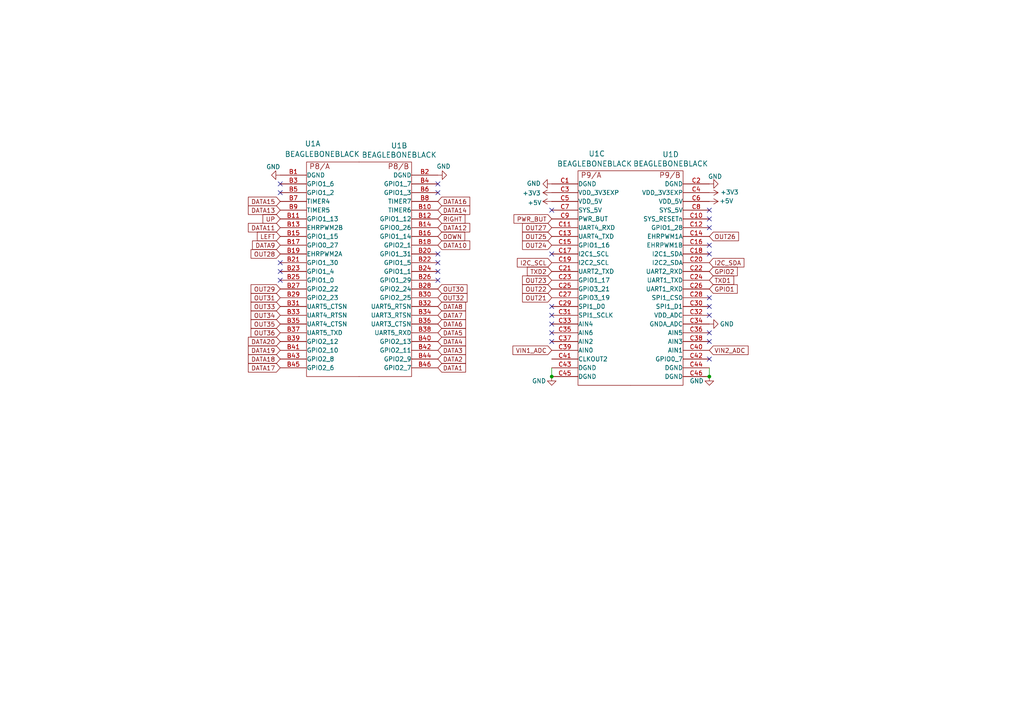
<source format=kicad_sch>
(kicad_sch (version 20211123) (generator eeschema)
  (paper "A4")
  (title_block (title "BBB 16") (date "2022-08-14") (rev "v2.2") (company "Scott Hanson"))
  (lib_symbols
    (symbol "beagleboneblack:BEAGLEBONEBLACK" (pin_names (offset 0.0254))
      (property "Reference" "U" (at -3.81 31.75 0))
      (property "Value" "beagleboneblack_BEAGLEBONEBLACK" (at 1.27 -33.02 0))
      (symbol "BEAGLEBONEBLACK_0_1"
        (polyline (pts (xy 8.89 30.48) (xy -6.35 30.48) (xy -6.35 -31.75) (xy 8.89 -31.75)))
      )
      (symbol "BEAGLEBONEBLACK_1_1"
        (text "P8/A" (at -2.54 29.21 0) (effects (font (size 1.524 1.524))))
        (pin power_out line (at -13.97 26.67 0) (length 7.62) (name "DGND") (number "B1"))
        (pin bidirectional line (at -13.97 13.97 0) (length 7.62) (name "GPIO1_13") (number "B11"))
        (pin bidirectional line (at -13.97 11.43 0) (length 7.62) (name "EHRPWM2B") (number "B13"))
        (pin bidirectional line (at -13.97 8.89 0) (length 7.62) (name "GPIO1_15") (number "B15"))
        (pin bidirectional line (at -13.97 6.35 0) (length 7.62) (name "GPIO0_27") (number "B17"))
        (pin bidirectional line (at -13.97 3.81 0) (length 7.62) (name "EHRPWM2A") (number "B19"))
        (pin bidirectional line (at -13.97 1.27 0) (length 7.62) (name "GPIO1_30") (number "B21"))
        (pin bidirectional line (at -13.97 -1.27 0) (length 7.62) (name "GPIO1_4") (number "B23"))
        (pin bidirectional line (at -13.97 -3.81 0) (length 7.62) (name "GPIO1_0") (number "B25"))
        (pin bidirectional line (at -13.97 -6.35 0) (length 7.62) (name "GPIO2_22") (number "B27"))
        (pin bidirectional line (at -13.97 -8.89 0) (length 7.62) (name "GPIO2_23") (number "B29"))
        (pin bidirectional line (at -13.97 24.13 0) (length 7.62) (name "GPIO1_6") (number "B3"))
        (pin bidirectional line (at -13.97 -11.43 0) (length 7.62) (name "UART5_CTSN") (number "B31"))
        (pin bidirectional line (at -13.97 -13.97 0) (length 7.62) (name "UART4_RTSN") (number "B33"))
        (pin bidirectional line (at -13.97 -16.51 0) (length 7.62) (name "UART4_CTSN") (number "B35"))
        (pin bidirectional line (at -13.97 -19.05 0) (length 7.62) (name "UART5_TXD") (number "B37"))
        (pin bidirectional line (at -13.97 -21.59 0) (length 7.62) (name "GPIO2_12") (number "B39"))
        (pin bidirectional line (at -13.97 -24.13 0) (length 7.62) (name "GPIO2_10") (number "B41"))
        (pin bidirectional line (at -13.97 -26.67 0) (length 7.62) (name "GPIO2_8") (number "B43"))
        (pin bidirectional line (at -13.97 -29.21 0) (length 7.62) (name "GPIO2_6") (number "B45"))
        (pin bidirectional line (at -13.97 21.59 0) (length 7.62) (name "GPIO1_2") (number "B5"))
        (pin bidirectional line (at -13.97 19.05 0) (length 7.62) (name "TIMER4") (number "B7"))
        (pin bidirectional line (at -13.97 16.51 0) (length 7.62) (name "TIMER5") (number "B9"))
      )
      (symbol "BEAGLEBONEBLACK_2_1"
        (text "P8/B" (at -2.54 29.21 0) (effects (font (size 1.524 1.524))))
        (pin bidirectional line (at -13.97 16.51 0) (length 7.62) (name "TIMER6") (number "B10"))
        (pin bidirectional line (at -13.97 13.97 0) (length 7.62) (name "GPIO1_12") (number "B12"))
        (pin bidirectional line (at -13.97 11.43 0) (length 7.62) (name "GPIO0_26") (number "B14"))
        (pin bidirectional line (at -13.97 8.89 0) (length 7.62) (name "GPIO1_14") (number "B16"))
        (pin bidirectional line (at -13.97 6.35 0) (length 7.62) (name "GPIO2_1") (number "B18"))
        (pin power_out line (at -13.97 26.67 0) (length 7.62) (name "DGND") (number "B2"))
        (pin bidirectional line (at -13.97 3.81 0) (length 7.62) (name "GPIO1_31") (number "B20"))
        (pin bidirectional line (at -13.97 1.27 0) (length 7.62) (name "GPIO1_5") (number "B22"))
        (pin bidirectional line (at -13.97 -1.27 0) (length 7.62) (name "GPIO1_1") (number "B24"))
        (pin bidirectional line (at -13.97 -3.81 0) (length 7.62) (name "GPIO1_29") (number "B26"))
        (pin bidirectional line (at -13.97 -6.35 0) (length 7.62) (name "GPIO2_24") (number "B28"))
        (pin bidirectional line (at -13.97 -8.89 0) (length 7.62) (name "GPIO2_25") (number "B30"))
        (pin bidirectional line (at -13.97 -11.43 0) (length 7.62) (name "UART5_RTSN") (number "B32"))
        (pin bidirectional line (at -13.97 -13.97 0) (length 7.62) (name "UART3_RTSN") (number "B34"))
        (pin bidirectional line (at -13.97 -16.51 0) (length 7.62) (name "UART3_CTSN") (number "B36"))
        (pin bidirectional line (at -13.97 -19.05 0) (length 7.62) (name "UART5_RXD") (number "B38"))
        (pin power_out line (at -13.97 24.13 0) (length 7.62) (name "GPIO1_7") (number "B4"))
        (pin bidirectional line (at -13.97 -21.59 0) (length 7.62) (name "GPIO2_13") (number "B40"))
        (pin bidirectional line (at -13.97 -24.13 0) (length 7.62) (name "GPIO2_11") (number "B42"))
        (pin bidirectional line (at -13.97 -26.67 0) (length 7.62) (name "GPIO2_9") (number "B44"))
        (pin bidirectional line (at -13.97 -29.21 0) (length 7.62) (name "GPIO2_7") (number "B46"))
        (pin power_out line (at -13.97 21.59 0) (length 7.62) (name "GPIO1_3") (number "B6"))
        (pin bidirectional line (at -13.97 19.05 0) (length 7.62) (name "TIMER7") (number "B8"))
      )
      (symbol "BEAGLEBONEBLACK_3_1"
        (text "P9/A" (at -2.54 29.21 0) (effects (font (size 1.524 1.524))))
        (pin power_in line (at -13.97 26.67 0) (length 7.62) (name "DGND") (number "C1"))
        (pin bidirectional line (at -13.97 13.97 0) (length 7.62) (name "UART4_RXD") (number "C11"))
        (pin bidirectional line (at -13.97 11.43 0) (length 7.62) (name "UART4_TXD") (number "C13"))
        (pin bidirectional line (at -13.97 8.89 0) (length 7.62) (name "GPIO1_16") (number "C15"))
        (pin bidirectional line (at -13.97 6.35 0) (length 7.62) (name "I2C1_SCL") (number "C17"))
        (pin bidirectional line (at -13.97 3.81 0) (length 7.62) (name "I2C2_SCL") (number "C19"))
        (pin bidirectional line (at -13.97 1.27 0) (length 7.62) (name "UART2_TXD") (number "C21"))
        (pin bidirectional line (at -13.97 -1.27 0) (length 7.62) (name "GPIO1_17") (number "C23"))
        (pin bidirectional line (at -13.97 -3.81 0) (length 7.62) (name "GPIO3_21") (number "C25"))
        (pin bidirectional line (at -13.97 -6.35 0) (length 7.62) (name "GPIO3_19") (number "C27"))
        (pin bidirectional line (at -13.97 -8.89 0) (length 7.62) (name "SPI1_D0") (number "C29"))
        (pin power_out line (at -13.97 24.13 0) (length 7.62) (name "VDD_3V3EXP") (number "C3"))
        (pin bidirectional line (at -13.97 -11.43 0) (length 7.62) (name "SPI1_SCLK") (number "C31"))
        (pin bidirectional line (at -13.97 -13.97 0) (length 7.62) (name "AIN4") (number "C33"))
        (pin bidirectional line (at -13.97 -16.51 0) (length 7.62) (name "AIN6") (number "C35"))
        (pin bidirectional line (at -13.97 -19.05 0) (length 7.62) (name "AIN2") (number "C37"))
        (pin bidirectional line (at -13.97 -21.59 0) (length 7.62) (name "AIN0") (number "C39"))
        (pin bidirectional line (at -13.97 -24.13 0) (length 7.62) (name "CLKOUT2") (number "C41"))
        (pin bidirectional line (at -13.97 -26.67 0) (length 7.62) (name "DGND") (number "C43"))
        (pin bidirectional line (at -13.97 -29.21 0) (length 7.62) (name "DGND") (number "C45"))
        (pin power_out line (at -13.97 21.59 0) (length 7.62) (name "VDD_5V") (number "C5"))
        (pin bidirectional line (at -13.97 19.05 0) (length 7.62) (name "SYS_5V") (number "C7"))
        (pin bidirectional line (at -13.97 16.51 0) (length 7.62) (name "PWR_BUT") (number "C9"))
      )
      (symbol "BEAGLEBONEBLACK_4_1"
        (text "P9/B" (at -2.54 29.21 0) (effects (font (size 1.524 1.524))))
        (pin bidirectional line (at -13.97 16.51 0) (length 7.62) (name "SYS_RESETn") (number "C10"))
        (pin bidirectional line (at -13.97 13.97 0) (length 7.62) (name "GPIO1_28") (number "C12"))
        (pin bidirectional line (at -13.97 11.43 0) (length 7.62) (name "EHRPWM1A") (number "C14"))
        (pin bidirectional line (at -13.97 8.89 0) (length 7.62) (name "EHRPWM1B") (number "C16"))
        (pin bidirectional line (at -13.97 6.35 0) (length 7.62) (name "I2C1_SDA") (number "C18"))
        (pin power_in line (at -13.97 26.67 0) (length 7.62) (name "DGND") (number "C2"))
        (pin bidirectional line (at -13.97 3.81 0) (length 7.62) (name "I2C2_SDA") (number "C20"))
        (pin bidirectional line (at -13.97 1.27 0) (length 7.62) (name "UART2_RXD") (number "C22"))
        (pin bidirectional line (at -13.97 -1.27 0) (length 7.62) (name "UART1_TXD") (number "C24"))
        (pin bidirectional line (at -13.97 -3.81 0) (length 7.62) (name "UART1_RXD") (number "C26"))
        (pin bidirectional line (at -13.97 -6.35 0) (length 7.62) (name "SPI1_CS0") (number "C28"))
        (pin bidirectional line (at -13.97 -8.89 0) (length 7.62) (name "SPI1_D1") (number "C30"))
        (pin power_out line (at -13.97 -11.43 0) (length 7.62) (name "VDD_ADC") (number "C32"))
        (pin power_out line (at -13.97 -13.97 0) (length 7.62) (name "GNDA_ADC") (number "C34"))
        (pin bidirectional line (at -13.97 -16.51 0) (length 7.62) (name "AIN5") (number "C36"))
        (pin bidirectional line (at -13.97 -19.05 0) (length 7.62) (name "AIN3") (number "C38"))
        (pin power_out line (at -13.97 24.13 0) (length 7.62) (name "VDD_3V3EXP") (number "C4"))
        (pin bidirectional line (at -13.97 -21.59 0) (length 7.62) (name "AIN1") (number "C40"))
        (pin power_out line (at -13.97 -24.13 0) (length 7.62) (name "GPIO0_7") (number "C42"))
        (pin bidirectional line (at -13.97 -26.67 0) (length 7.62) (name "DGND") (number "C44"))
        (pin bidirectional line (at -13.97 -29.21 0) (length 7.62) (name "DGND") (number "C46"))
        (pin power_out line (at -13.97 21.59 0) (length 7.62) (name "VDD_5V") (number "C6"))
        (pin bidirectional line (at -13.97 19.05 0) (length 7.62) (name "SYS_5V") (number "C8"))
      )
    )
    (symbol "power:+3.3V" (power) (pin_names (offset 0))
      (property "Value" "+3.3V" (at 0 3.556 0))
      (symbol "+3.3V_0_1"
        (polyline (pts (xy -0.762 1.27) (xy 0 2.54)))
        (polyline (pts (xy 0 0) (xy 0 2.54)))
        (polyline (pts (xy 0 2.54) (xy 0.762 1.27)))
      )
      (symbol "+3.3V_1_1"
        (pin power_in line (at 0 0 90) (length 0) hide (name "+3V3") (number "1"))
      )
    )
    (symbol "power:+5V" (power) (pin_names (offset 0))
      (property "Value" "+5V" (at 0 3.556 0))
      (symbol "+5V_0_1"
        (polyline (pts (xy -0.762 1.27) (xy 0 2.54)))
        (polyline (pts (xy 0 0) (xy 0 2.54)))
        (polyline (pts (xy 0 2.54) (xy 0.762 1.27)))
      )
      (symbol "+5V_1_1"
        (pin power_in line (at 0 0 90) (length 0) hide (name "+5V") (number "1"))
      )
    )
    (symbol "power:GND" (power) (pin_names (offset 0))
      (property "Value" "GND" (at 0 -3.81 0))
      (symbol "GND_0_1"
        (polyline (pts (xy 0 0) (xy 0 -1.27) (xy 1.27 -1.27) (xy 0 -2.54) (xy -1.27 -1.27) (xy 0 -1.27)))
      )
      (symbol "GND_1_1"
        (pin power_in line (at 0 0 270) (length 0) hide (name "GND") (number "1"))
      )
    )
  )
  (junction (at 160.02 109.22))
  (junction (at 205.74 109.22))
  (no_connect (at 205.74 71.12))
  (no_connect (at 127 81.28))
  (no_connect (at 127 53.34))
  (no_connect (at 205.74 88.9))
  (no_connect (at 81.28 76.2))
  (no_connect (at 205.74 63.5))
  (no_connect (at 205.74 66.04))
  (no_connect (at 127 76.2))
  (no_connect (at 205.74 73.66))
  (no_connect (at 205.74 104.14))
  (no_connect (at 160.02 60.96))
  (no_connect (at 81.28 55.88))
  (no_connect (at 81.28 81.28))
  (no_connect (at 160.02 96.52))
  (no_connect (at 127 55.88))
  (no_connect (at 205.74 60.96))
  (no_connect (at 160.02 73.66))
  (no_connect (at 205.74 91.44))
  (no_connect (at 205.74 86.36))
  (no_connect (at 205.74 99.06))
  (no_connect (at 160.02 88.9))
  (no_connect (at 160.02 99.06))
  (no_connect (at 160.02 93.98))
  (no_connect (at 205.74 96.52))
  (no_connect (at 81.28 53.34))
  (no_connect (at 127 78.74))
  (no_connect (at 160.02 91.44))
  (no_connect (at 81.28 78.74))
  (no_connect (at 127 73.66))
  (wire (pts (xy 160.02 106.68) (xy 160.02 109.22)))
  (wire (pts (xy 205.74 109.22) (xy 205.74 106.68)))
  (global_label "DATA7" (shape input) (at 127 91.44 0) (property "Intersheet References" "${INTERSHEET_REFS}" (effects hide)))
  (global_label "RIGHT" (shape input) (at 127 63.5 0) (property "Intersheet References" "${INTERSHEET_REFS}" (effects hide)))
  (global_label "LEFT" (shape input) (at 81.28 68.58 180) (property "Intersheet References" "${INTERSHEET_REFS}" (effects hide)))
  (global_label "DATA5" (shape input) (at 127 96.52 0) (property "Intersheet References" "${INTERSHEET_REFS}" (effects hide)))
  (global_label "DATA14" (shape input) (at 127 60.96 0) (property "Intersheet References" "${INTERSHEET_REFS}" (effects hide)))
  (global_label "DATA13" (shape input) (at 81.28 60.96 180) (property "Intersheet References" "${INTERSHEET_REFS}" (effects hide)))
  (global_label "OUT23" (shape input) (at 160.02 81.28 180) (property "Intersheet References" "${INTERSHEET_REFS}" (effects hide)))
  (global_label "TXD2" (shape input) (at 160.02 78.74 180) (property "Intersheet References" "${INTERSHEET_REFS}" (effects hide)))
  (global_label "DATA15" (shape input) (at 81.28 58.42 180) (property "Intersheet References" "${INTERSHEET_REFS}" (effects hide)))
  (global_label "OUT31" (shape input) (at 81.28 86.36 180) (property "Intersheet References" "${INTERSHEET_REFS}" (effects hide)))
  (global_label "OUT33" (shape input) (at 81.28 88.9 180) (property "Intersheet References" "${INTERSHEET_REFS}" (effects hide)))
  (global_label "DATA19" (shape input) (at 81.28 101.6 180) (property "Intersheet References" "${INTERSHEET_REFS}" (effects hide)))
  (global_label "OUT22" (shape input) (at 160.02 83.82 180) (property "Intersheet References" "${INTERSHEET_REFS}" (effects hide)))
  (global_label "DATA3" (shape input) (at 127 101.6 0) (property "Intersheet References" "${INTERSHEET_REFS}" (effects hide)))
  (global_label "DATA8" (shape input) (at 127 88.9 0) (property "Intersheet References" "${INTERSHEET_REFS}" (effects hide)))
  (global_label "DATA12" (shape input) (at 127 66.04 0) (property "Intersheet References" "${INTERSHEET_REFS}" (effects hide)))
  (global_label "GPIO2" (shape input) (at 205.74 78.74 0) (property "Intersheet References" "${INTERSHEET_REFS}" (effects hide)))
  (global_label "DATA18" (shape input) (at 81.28 104.14 180) (property "Intersheet References" "${INTERSHEET_REFS}" (effects hide)))
  (global_label "OUT30" (shape input) (at 127 83.82 0) (property "Intersheet References" "${INTERSHEET_REFS}" (effects hide)))
  (global_label "DATA9" (shape input) (at 81.28 71.12 180) (property "Intersheet References" "${INTERSHEET_REFS}" (effects hide)))
  (global_label "DATA17" (shape input) (at 81.28 106.68 180) (property "Intersheet References" "${INTERSHEET_REFS}" (effects hide)))
  (global_label "VIN1_ADC" (shape input) (at 160.02 101.6 180) (property "Intersheet References" "${INTERSHEET_REFS}" (effects hide)))
  (global_label "UP" (shape input) (at 81.28 63.5 180) (property "Intersheet References" "${INTERSHEET_REFS}" (effects hide)))
  (global_label "OUT36" (shape input) (at 81.28 96.52 180) (property "Intersheet References" "${INTERSHEET_REFS}" (effects hide)))
  (global_label "OUT28" (shape input) (at 81.28 73.66 180) (property "Intersheet References" "${INTERSHEET_REFS}" (effects hide)))
  (global_label "DATA10" (shape input) (at 127 71.12 0) (property "Intersheet References" "${INTERSHEET_REFS}" (effects hide)))
  (global_label "DATA6" (shape input) (at 127 93.98 0) (property "Intersheet References" "${INTERSHEET_REFS}" (effects hide)))
  (global_label "DATA11" (shape input) (at 81.28 66.04 180) (property "Intersheet References" "${INTERSHEET_REFS}" (effects hide)))
  (global_label "OUT26" (shape input) (at 205.74 68.58 0) (property "Intersheet References" "${INTERSHEET_REFS}" (effects hide)))
  (global_label "DATA2" (shape input) (at 127 104.14 0) (property "Intersheet References" "${INTERSHEET_REFS}" (effects hide)))
  (global_label "DATA1" (shape input) (at 127 106.68 0) (property "Intersheet References" "${INTERSHEET_REFS}" (effects hide)))
  (global_label "OUT34" (shape input) (at 81.28 91.44 180) (property "Intersheet References" "${INTERSHEET_REFS}" (effects hide)))
  (global_label "I2C_SDA" (shape input) (at 205.74 76.2 0) (property "Intersheet References" "${INTERSHEET_REFS}" (effects hide)))
  (global_label "TXD1" (shape input) (at 205.74 81.28 0) (property "Intersheet References" "${INTERSHEET_REFS}" (effects hide)))
  (global_label "DOWN" (shape input) (at 127 68.58 0) (property "Intersheet References" "${INTERSHEET_REFS}" (effects hide)))
  (global_label "I2C_SCL" (shape input) (at 160.02 76.2 180) (property "Intersheet References" "${INTERSHEET_REFS}" (effects hide)))
  (global_label "GPIO1" (shape input) (at 205.74 83.82 0) (property "Intersheet References" "${INTERSHEET_REFS}" (effects hide)))
  (global_label "OUT25" (shape input) (at 160.02 68.58 180) (property "Intersheet References" "${INTERSHEET_REFS}" (effects hide)))
  (global_label "OUT29" (shape input) (at 81.28 83.82 180) (property "Intersheet References" "${INTERSHEET_REFS}" (effects hide)))
  (global_label "OUT32" (shape input) (at 127 86.36 0) (property "Intersheet References" "${INTERSHEET_REFS}" (effects hide)))
  (global_label "OUT24" (shape input) (at 160.02 71.12 180) (property "Intersheet References" "${INTERSHEET_REFS}" (effects hide)))
  (global_label "OUT27" (shape input) (at 160.02 66.04 180) (property "Intersheet References" "${INTERSHEET_REFS}" (effects hide)))
  (global_label "OUT35" (shape input) (at 81.28 93.98 180) (property "Intersheet References" "${INTERSHEET_REFS}" (effects hide)))
  (global_label "OUT21" (shape input) (at 160.02 86.36 180) (property "Intersheet References" "${INTERSHEET_REFS}" (effects hide)))
  (global_label "DATA16" (shape input) (at 127 58.42 0) (property "Intersheet References" "${INTERSHEET_REFS}" (effects hide)))
  (global_label "PWR_BUT" (shape input) (at 160.02 63.5 180) (property "Intersheet References" "${INTERSHEET_REFS}" (effects hide)))
  (global_label "VIN2_ADC" (shape input) (at 205.74 101.6 0) (property "Intersheet References" "${INTERSHEET_REFS}" (effects hide)))
  (global_label "DATA20" (shape input) (at 81.28 99.06 180) (property "Intersheet References" "${INTERSHEET_REFS}" (effects hide)))
  (global_label "DATA4" (shape input) (at 127 99.06 0) (property "Intersheet References" "${INTERSHEET_REFS}" (effects hide)))
  (symbol (lib_id "power:GND") (at 160.02 53.34 270) (unit 1)
    (property "Reference" "#PWR050" (effects hide))
    (property "Value" "GND" (at 154.813 53.213 90))
  )
  (symbol (lib_id "power:+5V") (at 160.02 58.42 90) (unit 1)
    (property "Reference" "#PWR05" (effects hide))
    (property "Value" "+5V" (at 155.067 58.801 90))
  )
  (symbol (lib_id "power:+3.3V") (at 205.74 55.88 270) (unit 1)
    (property "Reference" "#PWR0109" (effects hide))
    (property "Value" "+3.3V" (at 211.582 55.753 90))
  )
  (symbol (lib_id "beagleboneblack:BEAGLEBONEBLACK") (at 95.25 77.47 0) (unit 1)
    (property "Reference" "U1" (at 88.392 41.656 0) (effects (font (size 1.524 1.524)) (justify left)))
    (property "Value" "BEAGLEBONEBLACK" (at 82.55 44.704 0) (effects (font (size 1.524 1.524)) (justify left)))
    (property "Footprint" "beagleboneblack:BEAGLEBONEBLACK" (effects hide))
    (property "Digi-Key_PN" "BBB01-SC-505-ND" (effects hide))
    (property "MPN" "BBB01-SC-505" (effects hide))
  )
  (symbol (lib_id "beagleboneblack:BEAGLEBONEBLACK") (at 113.03 77.47 0) (mirror y) (unit 2)
    (property "Reference" "U1" (at 115.7732 42.2402 0) (effects (font (size 1.524 1.524))))
    (property "Value" "BEAGLEBONEBLACK" (at 115.7732 44.9326 0) (effects (font (size 1.524 1.524))))
    (property "Footprint" "beagleboneblack:BEAGLEBONEBLACK" (effects hide))
    (property "Digi-Key_PN" "BBB01-SC-505-ND" (effects hide))
    (property "MPN" "BBB01-SC-505" (effects hide))
  )
  (symbol (lib_id "beagleboneblack:BEAGLEBONEBLACK") (at 173.99 80.01 0) (unit 3)
    (property "Reference" "U1" (at 170.688 44.577 0) (effects (font (size 1.524 1.524)) (justify left)))
    (property "Value" "BEAGLEBONEBLACK" (at 161.544 47.498 0) (effects (font (size 1.524 1.524)) (justify left)))
    (property "Footprint" "beagleboneblack:BEAGLEBONEBLACK" (effects hide))
    (property "Digi-Key_PN" "BBB01-SC-505-ND" (effects hide))
    (property "MPN" "BBB01-SC-505" (effects hide))
  )
  (symbol (lib_id "beagleboneblack:BEAGLEBONEBLACK") (at 191.77 80.01 0) (mirror y) (unit 4)
    (property "Reference" "U1" (at 194.5132 44.7802 0) (effects (font (size 1.524 1.524))))
    (property "Value" "BEAGLEBONEBLACK" (at 194.5132 47.4726 0) (effects (font (size 1.524 1.524))))
    (property "Footprint" "beagleboneblack:BEAGLEBONEBLACK" (effects hide))
    (property "Digi-Key_PN" "BBB01-SC-505-ND" (effects hide))
    (property "MPN" "BBB01-SC-505" (effects hide))
  )
  (symbol (lib_id "power:+5V") (at 205.74 58.42 270) (unit 1)
    (property "Reference" "#PWR0127" (effects hide))
    (property "Value" "+5V" (at 210.693 58.293 90))
  )
  (symbol (lib_id "power:GND") (at 205.74 53.34 90) (unit 1)
    (property "Reference" "#PWR0122" (effects hide))
    (property "Value" "GND" (at 207.391 51.181 90))
  )
  (symbol (lib_id "power:GND") (at 160.02 109.22 0) (unit 1)
    (property "Reference" "#PWR0123" (effects hide))
    (property "Value" "GND" (at 156.337 110.49 0))
  )
  (symbol (lib_id "power:GND") (at 205.74 109.22 0) (unit 1)
    (property "Reference" "#PWR0124" (effects hide))
    (property "Value" "GND" (at 202.057 110.49 0))
  )
  (symbol (lib_id "power:GND") (at 81.28 50.8 270) (unit 1)
    (property "Reference" "#PWR0125" (effects hide))
    (property "Value" "GND" (at 79.248 48.387 90))
  )
  (symbol (lib_id "power:GND") (at 127 50.8 90) (unit 1)
    (property "Reference" "#PWR0126" (effects hide))
    (property "Value" "GND" (at 128.651 48.26 90))
  )
  (symbol (lib_id "power:+3.3V") (at 160.02 55.88 90) (unit 1)
    (property "Reference" "#PWR0128" (effects hide))
    (property "Value" "+3.3V" (at 154.178 56.007 90))
  )
  (symbol (lib_id "power:GND") (at 205.74 93.98 90) (unit 1)
    (property "Reference" "#PWR03" (effects hide))
    (property "Value" "GND" (at 210.82 93.98 90))
  )
)
</source>
